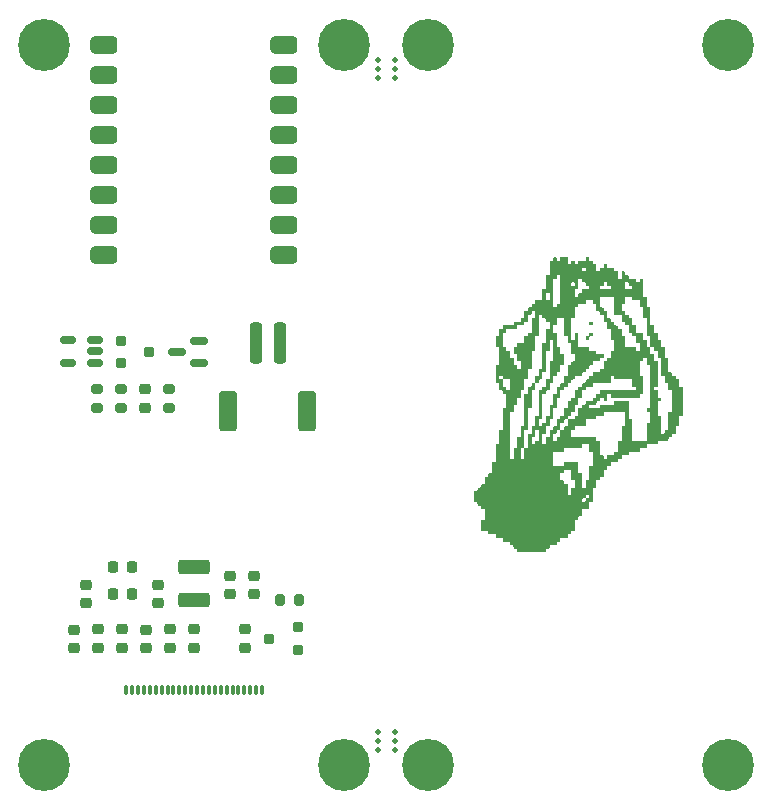
<source format=gbr>
%TF.GenerationSoftware,KiCad,Pcbnew,7.0.7*%
%TF.CreationDate,2023-08-25T22:45:50+10:00*%
%TF.ProjectId,SuperMini-EPD-Sheild,53757065-724d-4696-9e69-2d4550442d53,rev?*%
%TF.SameCoordinates,Original*%
%TF.FileFunction,Soldermask,Top*%
%TF.FilePolarity,Negative*%
%FSLAX46Y46*%
G04 Gerber Fmt 4.6, Leading zero omitted, Abs format (unit mm)*
G04 Created by KiCad (PCBNEW 7.0.7) date 2023-08-25 22:45:50*
%MOMM*%
%LPD*%
G01*
G04 APERTURE LIST*
G04 Aperture macros list*
%AMRoundRect*
0 Rectangle with rounded corners*
0 $1 Rounding radius*
0 $2 $3 $4 $5 $6 $7 $8 $9 X,Y pos of 4 corners*
0 Add a 4 corners polygon primitive as box body*
4,1,4,$2,$3,$4,$5,$6,$7,$8,$9,$2,$3,0*
0 Add four circle primitives for the rounded corners*
1,1,$1+$1,$2,$3*
1,1,$1+$1,$4,$5*
1,1,$1+$1,$6,$7*
1,1,$1+$1,$8,$9*
0 Add four rect primitives between the rounded corners*
20,1,$1+$1,$2,$3,$4,$5,0*
20,1,$1+$1,$4,$5,$6,$7,0*
20,1,$1+$1,$6,$7,$8,$9,0*
20,1,$1+$1,$8,$9,$2,$3,0*%
G04 Aperture macros list end*
%ADD10RoundRect,0.225000X0.225000X0.250000X-0.225000X0.250000X-0.225000X-0.250000X0.225000X-0.250000X0*%
%ADD11RoundRect,0.250000X-1.075000X0.375000X-1.075000X-0.375000X1.075000X-0.375000X1.075000X0.375000X0*%
%ADD12RoundRect,0.200000X-0.250000X-0.200000X0.250000X-0.200000X0.250000X0.200000X-0.250000X0.200000X0*%
%ADD13RoundRect,0.225000X-0.250000X0.225000X-0.250000X-0.225000X0.250000X-0.225000X0.250000X0.225000X0*%
%ADD14C,0.500000*%
%ADD15RoundRect,0.225000X0.250000X-0.225000X0.250000X0.225000X-0.250000X0.225000X-0.250000X-0.225000X0*%
%ADD16C,4.400000*%
%ADD17RoundRect,0.200000X0.250000X0.200000X-0.250000X0.200000X-0.250000X-0.200000X0.250000X-0.200000X0*%
%ADD18RoundRect,0.150000X0.587500X0.150000X-0.587500X0.150000X-0.587500X-0.150000X0.587500X-0.150000X0*%
%ADD19RoundRect,0.218750X0.256250X-0.218750X0.256250X0.218750X-0.256250X0.218750X-0.256250X-0.218750X0*%
%ADD20RoundRect,0.218750X-0.256250X0.218750X-0.256250X-0.218750X0.256250X-0.218750X0.256250X0.218750X0*%
%ADD21RoundRect,0.381000X-0.762000X-0.381000X0.762000X-0.381000X0.762000X0.381000X-0.762000X0.381000X0*%
%ADD22RoundRect,0.075000X-0.075000X0.325000X-0.075000X-0.325000X0.075000X-0.325000X0.075000X0.325000X0*%
%ADD23RoundRect,0.200000X0.275000X-0.200000X0.275000X0.200000X-0.275000X0.200000X-0.275000X-0.200000X0*%
%ADD24RoundRect,0.250000X-0.250000X-1.500000X0.250000X-1.500000X0.250000X1.500000X-0.250000X1.500000X0*%
%ADD25RoundRect,0.250001X-0.499999X-1.449999X0.499999X-1.449999X0.499999X1.449999X-0.499999X1.449999X0*%
%ADD26RoundRect,0.150000X0.512500X0.150000X-0.512500X0.150000X-0.512500X-0.150000X0.512500X-0.150000X0*%
%ADD27RoundRect,0.218750X0.218750X0.256250X-0.218750X0.256250X-0.218750X-0.256250X0.218750X-0.256250X0*%
%ADD28RoundRect,0.200000X0.200000X0.275000X-0.200000X0.275000X-0.200000X-0.275000X0.200000X-0.275000X0*%
G04 APERTURE END LIST*
%TO.C,G\u002A\u002A\u002A*%
G36*
X84481612Y-61572336D02*
G01*
X84523526Y-61610387D01*
X84531878Y-61706472D01*
X84531897Y-61718079D01*
X84525153Y-61820280D01*
X84487102Y-61862194D01*
X84391017Y-61870547D01*
X84379410Y-61870566D01*
X84277209Y-61863821D01*
X84235295Y-61825770D01*
X84226942Y-61729685D01*
X84226923Y-61718079D01*
X84233668Y-61615877D01*
X84271719Y-61573963D01*
X84367804Y-61565610D01*
X84379410Y-61565591D01*
X84481612Y-61572336D01*
G37*
G36*
X84481612Y-62487259D02*
G01*
X84523526Y-62525310D01*
X84531878Y-62621395D01*
X84531897Y-62633001D01*
X84525153Y-62735203D01*
X84487102Y-62777117D01*
X84391017Y-62785470D01*
X84379410Y-62785488D01*
X84277209Y-62792233D01*
X84235295Y-62830284D01*
X84226942Y-62926369D01*
X84226923Y-62937976D01*
X84220179Y-63040177D01*
X84182128Y-63082091D01*
X84086043Y-63090444D01*
X84074436Y-63090463D01*
X83972234Y-63083718D01*
X83930321Y-63045667D01*
X83921968Y-62949582D01*
X83921949Y-62937976D01*
X83928693Y-62835774D01*
X83966744Y-62793860D01*
X84062830Y-62785507D01*
X84074436Y-62785488D01*
X84176638Y-62778744D01*
X84218551Y-62740693D01*
X84226904Y-62644608D01*
X84226923Y-62633001D01*
X84233668Y-62530800D01*
X84271719Y-62488886D01*
X84367804Y-62480533D01*
X84379410Y-62480514D01*
X84481612Y-62487259D01*
G37*
G36*
X82397078Y-56381029D02*
G01*
X82397078Y-56686003D01*
X82549565Y-56686003D01*
X82651766Y-56679259D01*
X82693680Y-56641207D01*
X82702033Y-56545122D01*
X82702052Y-56533516D01*
X82708796Y-56431314D01*
X82746847Y-56389400D01*
X82842932Y-56381048D01*
X82854539Y-56381029D01*
X82956741Y-56387773D01*
X82998654Y-56425824D01*
X83007007Y-56521909D01*
X83007026Y-56533516D01*
X83013770Y-56635718D01*
X83051822Y-56677631D01*
X83147907Y-56685984D01*
X83159513Y-56686003D01*
X83261715Y-56679259D01*
X83303629Y-56641207D01*
X83311981Y-56545122D01*
X83312000Y-56533516D01*
X83312000Y-56381029D01*
X83616975Y-56381029D01*
X83921949Y-56381029D01*
X83921949Y-56228542D01*
X83928693Y-56126340D01*
X83966744Y-56084426D01*
X84062830Y-56076073D01*
X84074436Y-56076055D01*
X84176638Y-56082799D01*
X84218551Y-56120850D01*
X84226904Y-56216935D01*
X84226923Y-56228542D01*
X84233668Y-56330743D01*
X84271719Y-56372657D01*
X84367804Y-56381010D01*
X84379410Y-56381029D01*
X84481612Y-56387773D01*
X84523526Y-56425824D01*
X84531878Y-56521909D01*
X84531897Y-56533516D01*
X84538642Y-56635718D01*
X84576693Y-56677631D01*
X84672778Y-56685984D01*
X84684385Y-56686003D01*
X84836872Y-56686003D01*
X84836872Y-56990977D01*
X84836872Y-57295952D01*
X84989359Y-57295952D01*
X85091561Y-57289207D01*
X85133474Y-57251156D01*
X85141827Y-57155071D01*
X85141846Y-57143464D01*
X85148590Y-57041263D01*
X85186642Y-56999349D01*
X85282727Y-56990996D01*
X85294333Y-56990977D01*
X85396535Y-56984233D01*
X85438449Y-56946182D01*
X85446801Y-56850097D01*
X85446820Y-56838490D01*
X85453565Y-56736288D01*
X85491616Y-56694375D01*
X85587701Y-56686022D01*
X85599307Y-56686003D01*
X85701509Y-56692747D01*
X85743423Y-56730799D01*
X85751776Y-56826884D01*
X85751795Y-56838490D01*
X85751795Y-56990977D01*
X86056769Y-56990977D01*
X86361743Y-56990977D01*
X86361743Y-57143464D01*
X86368487Y-57245666D01*
X86406539Y-57287580D01*
X86502624Y-57295933D01*
X86514230Y-57295952D01*
X86666717Y-57295952D01*
X86666717Y-57600926D01*
X86666717Y-57905900D01*
X86819204Y-57905900D01*
X86971692Y-57905900D01*
X86971692Y-57600926D01*
X86971692Y-57295952D01*
X87124179Y-57295952D01*
X87226380Y-57302696D01*
X87268294Y-57340747D01*
X87276647Y-57436832D01*
X87276666Y-57448439D01*
X87283410Y-57550640D01*
X87321461Y-57592554D01*
X87417546Y-57600907D01*
X87429153Y-57600926D01*
X87531355Y-57607670D01*
X87573268Y-57645721D01*
X87581621Y-57741806D01*
X87581640Y-57753413D01*
X87581640Y-57905900D01*
X87886614Y-57905900D01*
X88191589Y-57905900D01*
X88191589Y-58058387D01*
X88198333Y-58160589D01*
X88236384Y-58202503D01*
X88332469Y-58210855D01*
X88344076Y-58210874D01*
X88446278Y-58204130D01*
X88488191Y-58166079D01*
X88496544Y-58069994D01*
X88496563Y-58058387D01*
X88503307Y-57956186D01*
X88541359Y-57914272D01*
X88637444Y-57905919D01*
X88649050Y-57905900D01*
X88801537Y-57905900D01*
X88801537Y-58668336D01*
X88801537Y-59430771D01*
X88954024Y-59430771D01*
X89106512Y-59430771D01*
X89106512Y-59888233D01*
X89106512Y-60345694D01*
X89258999Y-60345694D01*
X89411486Y-60345694D01*
X89411486Y-61108130D01*
X89411486Y-61870566D01*
X89563973Y-61870566D01*
X89716460Y-61870566D01*
X89716460Y-62175540D01*
X89716460Y-62480514D01*
X89868947Y-62480514D01*
X90021434Y-62480514D01*
X90021434Y-62785488D01*
X90021434Y-63090463D01*
X90173921Y-63090463D01*
X90326409Y-63090463D01*
X90326409Y-63395437D01*
X90326409Y-63700411D01*
X90478896Y-63700411D01*
X90631383Y-63700411D01*
X90631383Y-64157873D01*
X90631383Y-64615334D01*
X90783870Y-64615334D01*
X90936357Y-64615334D01*
X90936357Y-65225283D01*
X90936357Y-65835231D01*
X91088844Y-65835231D01*
X91191046Y-65841976D01*
X91232960Y-65880027D01*
X91241312Y-65976112D01*
X91241331Y-65987718D01*
X91248076Y-66089920D01*
X91286127Y-66131834D01*
X91382212Y-66140186D01*
X91393819Y-66140205D01*
X91496020Y-66146950D01*
X91537934Y-66185001D01*
X91546287Y-66281086D01*
X91546306Y-66292693D01*
X91553050Y-66394894D01*
X91591101Y-66436808D01*
X91687186Y-66445161D01*
X91698793Y-66445180D01*
X91851280Y-66445180D01*
X91851280Y-66750154D01*
X91851280Y-67055128D01*
X92003767Y-67055128D01*
X92156254Y-67055128D01*
X92156254Y-68275025D01*
X92156254Y-69494922D01*
X92003767Y-69494922D01*
X91851280Y-69494922D01*
X91851280Y-69952384D01*
X91851280Y-70409845D01*
X91698793Y-70409845D01*
X91546306Y-70409845D01*
X91546306Y-70714820D01*
X91546306Y-71019794D01*
X91393819Y-71019794D01*
X91291617Y-71026538D01*
X91249703Y-71064589D01*
X91241350Y-71160674D01*
X91241331Y-71172281D01*
X91234587Y-71274483D01*
X91196536Y-71316396D01*
X91100451Y-71324749D01*
X91088844Y-71324768D01*
X90986643Y-71331512D01*
X90944729Y-71369564D01*
X90936376Y-71465649D01*
X90936357Y-71477255D01*
X90936357Y-71629742D01*
X90478896Y-71629742D01*
X90021434Y-71629742D01*
X90021434Y-71782229D01*
X90021434Y-71934717D01*
X89563973Y-71934717D01*
X89106512Y-71934717D01*
X89106512Y-72087204D01*
X89106512Y-72239691D01*
X88801537Y-72239691D01*
X88496563Y-72239691D01*
X88496563Y-72392178D01*
X88496563Y-72544665D01*
X88039102Y-72544665D01*
X87581640Y-72544665D01*
X87581640Y-72697152D01*
X87581640Y-72849639D01*
X87276666Y-72849639D01*
X86971692Y-72849639D01*
X86971692Y-73002127D01*
X86964947Y-73104328D01*
X86926896Y-73146242D01*
X86830811Y-73154595D01*
X86819204Y-73154614D01*
X86717003Y-73161358D01*
X86675089Y-73199409D01*
X86666736Y-73295494D01*
X86666717Y-73307101D01*
X86666717Y-73459588D01*
X86361743Y-73459588D01*
X86056769Y-73459588D01*
X86056769Y-73612075D01*
X86050024Y-73714277D01*
X86011973Y-73756190D01*
X85915888Y-73764543D01*
X85904282Y-73764562D01*
X85802080Y-73771307D01*
X85760166Y-73809358D01*
X85751813Y-73905443D01*
X85751795Y-73917049D01*
X85745050Y-74019251D01*
X85706999Y-74061165D01*
X85610914Y-74069518D01*
X85599307Y-74069536D01*
X85446820Y-74069536D01*
X85446820Y-74374511D01*
X85446820Y-74679485D01*
X85294333Y-74679485D01*
X85192131Y-74686229D01*
X85150218Y-74724281D01*
X85141865Y-74820366D01*
X85141846Y-74831972D01*
X85135102Y-74934174D01*
X85097050Y-74976088D01*
X85000965Y-74984440D01*
X84989359Y-74984459D01*
X84836872Y-74984459D01*
X84836872Y-75289434D01*
X84836872Y-75594408D01*
X84684385Y-75594408D01*
X84531897Y-75594408D01*
X84531897Y-76204356D01*
X84531897Y-76814305D01*
X84379410Y-76814305D01*
X84226923Y-76814305D01*
X84226923Y-77119279D01*
X84226923Y-77424253D01*
X83921949Y-77424253D01*
X83616975Y-77424253D01*
X83616975Y-77729228D01*
X83616975Y-78034202D01*
X83464487Y-78034202D01*
X83362286Y-78040946D01*
X83320372Y-78078998D01*
X83312019Y-78175083D01*
X83312000Y-78186689D01*
X83305256Y-78288891D01*
X83267205Y-78330805D01*
X83171120Y-78339157D01*
X83159513Y-78339176D01*
X83007026Y-78339176D01*
X83007026Y-78796638D01*
X83007026Y-79254099D01*
X82854539Y-79254099D01*
X82752337Y-79260843D01*
X82710424Y-79298895D01*
X82702071Y-79394980D01*
X82702052Y-79406586D01*
X82695307Y-79508788D01*
X82657256Y-79550702D01*
X82561171Y-79559054D01*
X82549565Y-79559073D01*
X82447363Y-79565818D01*
X82405449Y-79603869D01*
X82397097Y-79699954D01*
X82397078Y-79711561D01*
X82397078Y-79864048D01*
X82092103Y-79864048D01*
X81787129Y-79864048D01*
X81787129Y-80016535D01*
X81780385Y-80118736D01*
X81742333Y-80160650D01*
X81646248Y-80169003D01*
X81634642Y-80169022D01*
X81532440Y-80175766D01*
X81490526Y-80213817D01*
X81482174Y-80309903D01*
X81482155Y-80321509D01*
X81482155Y-80473996D01*
X81177180Y-80473996D01*
X80872206Y-80473996D01*
X80872206Y-80626483D01*
X80865462Y-80728685D01*
X80827411Y-80770599D01*
X80731326Y-80778951D01*
X80719719Y-80778970D01*
X80617517Y-80785715D01*
X80575604Y-80823766D01*
X80567251Y-80919851D01*
X80567232Y-80931458D01*
X80567232Y-81083945D01*
X79347335Y-81083945D01*
X78127438Y-81083945D01*
X78127438Y-80931458D01*
X78120693Y-80829256D01*
X78082642Y-80787342D01*
X77986557Y-80778989D01*
X77974951Y-80778970D01*
X77872749Y-80772226D01*
X77830835Y-80734175D01*
X77822482Y-80638090D01*
X77822463Y-80626483D01*
X77815719Y-80524282D01*
X77777668Y-80482368D01*
X77681583Y-80474015D01*
X77669976Y-80473996D01*
X77567775Y-80467252D01*
X77525861Y-80429201D01*
X77517508Y-80333116D01*
X77517489Y-80321509D01*
X77517489Y-80169022D01*
X77212515Y-80169022D01*
X76907541Y-80169022D01*
X76907541Y-80016535D01*
X76907541Y-79864048D01*
X76602566Y-79864048D01*
X76297592Y-79864048D01*
X76297592Y-79711561D01*
X76297592Y-79559073D01*
X75992618Y-79559073D01*
X75687644Y-79559073D01*
X75687644Y-79406586D01*
X75687644Y-79254099D01*
X75382669Y-79254099D01*
X75077695Y-79254099D01*
X75077695Y-78796638D01*
X75077695Y-78339176D01*
X75230182Y-78339176D01*
X75382669Y-78339176D01*
X75382669Y-77881715D01*
X75382669Y-77424253D01*
X75230182Y-77424253D01*
X75127980Y-77417509D01*
X75086067Y-77379458D01*
X75077714Y-77283373D01*
X75077695Y-77271766D01*
X75070951Y-77169565D01*
X75032899Y-77127651D01*
X74936814Y-77119298D01*
X74925208Y-77119279D01*
X74823006Y-77112535D01*
X74781092Y-77074484D01*
X74772740Y-76978399D01*
X74772721Y-76966792D01*
X74765976Y-76864590D01*
X74727925Y-76822677D01*
X74631840Y-76814324D01*
X74620234Y-76814305D01*
X74467747Y-76814305D01*
X74467747Y-76661818D01*
X83616975Y-76661818D01*
X83623719Y-76764020D01*
X83661770Y-76805933D01*
X83757855Y-76814286D01*
X83769462Y-76814305D01*
X83871663Y-76807561D01*
X83913577Y-76769509D01*
X83921930Y-76673424D01*
X83921949Y-76661818D01*
X83928693Y-76559616D01*
X83966744Y-76517702D01*
X84062830Y-76509350D01*
X84074436Y-76509331D01*
X84176638Y-76502586D01*
X84218551Y-76464535D01*
X84226904Y-76368450D01*
X84226923Y-76356844D01*
X84220179Y-76254642D01*
X84182128Y-76212728D01*
X84086043Y-76204375D01*
X84074436Y-76204356D01*
X83972234Y-76211101D01*
X83930321Y-76249152D01*
X83921968Y-76345237D01*
X83921949Y-76356844D01*
X83915205Y-76459045D01*
X83877153Y-76500959D01*
X83781068Y-76509312D01*
X83769462Y-76509331D01*
X83667260Y-76516075D01*
X83625346Y-76554126D01*
X83616994Y-76650211D01*
X83616975Y-76661818D01*
X74467747Y-76661818D01*
X74467747Y-76356844D01*
X74467747Y-75899382D01*
X74620234Y-75899382D01*
X74722435Y-75892638D01*
X74764349Y-75854587D01*
X74772702Y-75758502D01*
X74772721Y-75746895D01*
X74779465Y-75644693D01*
X74817516Y-75602780D01*
X74913601Y-75594427D01*
X74925208Y-75594408D01*
X75027410Y-75587663D01*
X75069323Y-75549612D01*
X75077676Y-75453527D01*
X75077695Y-75441921D01*
X75084439Y-75339719D01*
X75122491Y-75297805D01*
X75218576Y-75289453D01*
X75230182Y-75289434D01*
X75382669Y-75289434D01*
X75382669Y-74984459D01*
X81787129Y-74984459D01*
X81939616Y-74984459D01*
X82041818Y-74991204D01*
X82083732Y-75029255D01*
X82092084Y-75125340D01*
X82092103Y-75136946D01*
X82098848Y-75239148D01*
X82136899Y-75281062D01*
X82232984Y-75289415D01*
X82244590Y-75289434D01*
X82397078Y-75289434D01*
X82397078Y-75746895D01*
X82397078Y-76204356D01*
X82549565Y-76204356D01*
X82702052Y-76204356D01*
X82702052Y-75899382D01*
X82702052Y-75594408D01*
X82854539Y-75594408D01*
X83007026Y-75594408D01*
X83007026Y-75289434D01*
X83007026Y-74984459D01*
X82854539Y-74984459D01*
X82702052Y-74984459D01*
X82702052Y-74526998D01*
X82702052Y-74069536D01*
X82397078Y-74069536D01*
X82092103Y-74069536D01*
X82092103Y-74222024D01*
X82085359Y-74324225D01*
X82047308Y-74366139D01*
X81951223Y-74374492D01*
X81939616Y-74374511D01*
X81787129Y-74374511D01*
X81787129Y-74679485D01*
X81787129Y-74984459D01*
X75382669Y-74984459D01*
X75382669Y-74679485D01*
X75535156Y-74679485D01*
X75637358Y-74672741D01*
X75679272Y-74634689D01*
X75687625Y-74538604D01*
X75687644Y-74526998D01*
X75694388Y-74424796D01*
X75732439Y-74382882D01*
X75828524Y-74374530D01*
X75840131Y-74374511D01*
X75992618Y-74374511D01*
X75992618Y-73917049D01*
X75992618Y-73764562D01*
X81177180Y-73764562D01*
X81634642Y-73764562D01*
X82092103Y-73764562D01*
X82092103Y-73612075D01*
X82092103Y-73459588D01*
X82702052Y-73459588D01*
X83312000Y-73459588D01*
X83312000Y-73917049D01*
X83312000Y-74374511D01*
X83464487Y-74374511D01*
X83616975Y-74374511D01*
X83616975Y-74984459D01*
X83616975Y-75594408D01*
X83769462Y-75594408D01*
X83921949Y-75594408D01*
X83921949Y-75289434D01*
X83921949Y-74984459D01*
X84074436Y-74984459D01*
X84226923Y-74984459D01*
X84226923Y-74374511D01*
X84226923Y-73764562D01*
X84379410Y-73764562D01*
X84531897Y-73764562D01*
X84531897Y-73154614D01*
X84531897Y-72544665D01*
X84379410Y-72544665D01*
X84226923Y-72544665D01*
X84226923Y-72239691D01*
X84226923Y-71934717D01*
X83921949Y-71934717D01*
X83616975Y-71934717D01*
X83616975Y-72087204D01*
X83616975Y-72239691D01*
X82854539Y-72239691D01*
X82092103Y-72239691D01*
X82092103Y-72392178D01*
X82092103Y-72544665D01*
X81634642Y-72544665D01*
X81177180Y-72544665D01*
X81177180Y-73154614D01*
X81177180Y-73764562D01*
X75992618Y-73764562D01*
X75992618Y-73459588D01*
X76145105Y-73459588D01*
X76297592Y-73459588D01*
X76297592Y-73154614D01*
X77517489Y-73154614D01*
X77669976Y-73154614D01*
X77822463Y-73154614D01*
X77822463Y-72697152D01*
X77822463Y-72239691D01*
X77974951Y-72239691D01*
X78127438Y-72239691D01*
X78127438Y-71782229D01*
X78127438Y-71324768D01*
X78279925Y-71324768D01*
X78432412Y-71324768D01*
X78432412Y-70867307D01*
X78432412Y-70409845D01*
X78584899Y-70409845D01*
X78737386Y-70409845D01*
X78737386Y-69037461D01*
X78737386Y-67665077D01*
X78889873Y-67665077D01*
X79042361Y-67665077D01*
X79042361Y-67360103D01*
X79042361Y-67055128D01*
X79194848Y-67055128D01*
X79297049Y-67048384D01*
X79338963Y-67010333D01*
X79347316Y-66914248D01*
X79347335Y-66902641D01*
X79354079Y-66800439D01*
X79392130Y-66758526D01*
X79488215Y-66750173D01*
X79499822Y-66750154D01*
X79652309Y-66750154D01*
X79652309Y-67055128D01*
X79652309Y-67360103D01*
X79499822Y-67360103D01*
X79347335Y-67360103D01*
X79347335Y-68122538D01*
X79347335Y-68884974D01*
X79194848Y-68884974D01*
X79042361Y-68884974D01*
X79042361Y-69799897D01*
X79042361Y-70714820D01*
X78889873Y-70714820D01*
X78737386Y-70714820D01*
X78737386Y-71477255D01*
X78737386Y-72239691D01*
X78584899Y-72239691D01*
X78432412Y-72239691D01*
X78432412Y-72697152D01*
X78432412Y-73154614D01*
X78584899Y-73154614D01*
X78737386Y-73154614D01*
X78737386Y-72697152D01*
X78737386Y-72239691D01*
X78889873Y-72239691D01*
X79042361Y-72239691D01*
X79042361Y-71934717D01*
X79347335Y-71934717D01*
X79499822Y-71934717D01*
X80262258Y-71934717D01*
X80414745Y-71934717D01*
X80567232Y-71934717D01*
X80567232Y-71629742D01*
X81177180Y-71629742D01*
X81329668Y-71629742D01*
X81431869Y-71622998D01*
X81473783Y-71584947D01*
X81482136Y-71488862D01*
X81482155Y-71477255D01*
X81488899Y-71375053D01*
X81526950Y-71333140D01*
X81623035Y-71324787D01*
X81634642Y-71324768D01*
X81787129Y-71324768D01*
X82702052Y-71324768D01*
X83769462Y-71324768D01*
X84836872Y-71324768D01*
X84836872Y-71477255D01*
X84843616Y-71579457D01*
X84881667Y-71621371D01*
X84977752Y-71629723D01*
X84989359Y-71629742D01*
X85141846Y-71629742D01*
X85141846Y-72239691D01*
X85141846Y-72849639D01*
X85294333Y-72849639D01*
X85396535Y-72856384D01*
X85438449Y-72894435D01*
X85446801Y-72990520D01*
X85446820Y-73002127D01*
X85453565Y-73104328D01*
X85491616Y-73146242D01*
X85587701Y-73154595D01*
X85599307Y-73154614D01*
X85701509Y-73147869D01*
X85743423Y-73109818D01*
X85751776Y-73013733D01*
X85751795Y-73002127D01*
X85751795Y-72849639D01*
X86056769Y-72849639D01*
X86361743Y-72849639D01*
X86361743Y-72697152D01*
X86368487Y-72594951D01*
X86406539Y-72553037D01*
X86502624Y-72544684D01*
X86514230Y-72544665D01*
X86666717Y-72544665D01*
X86666717Y-72087204D01*
X86666717Y-71629742D01*
X86819204Y-71629742D01*
X86971692Y-71629742D01*
X86971692Y-71019794D01*
X86971692Y-70409845D01*
X87124179Y-70409845D01*
X87276666Y-70409845D01*
X87276666Y-69799897D01*
X87276666Y-69189948D01*
X86361743Y-69189948D01*
X85446820Y-69189948D01*
X85446820Y-69342435D01*
X85446820Y-69494922D01*
X85141846Y-69494922D01*
X84836872Y-69494922D01*
X84836872Y-69647410D01*
X84836872Y-69799897D01*
X84379410Y-69799897D01*
X83921949Y-69799897D01*
X83921949Y-70104871D01*
X83921949Y-70409845D01*
X83464487Y-70409845D01*
X83007026Y-70409845D01*
X83007026Y-70562332D01*
X83000282Y-70664534D01*
X82962231Y-70706448D01*
X82866145Y-70714801D01*
X82854539Y-70714820D01*
X82702052Y-70714820D01*
X82702052Y-71019794D01*
X82702052Y-71324768D01*
X81787129Y-71324768D01*
X81787129Y-71019794D01*
X81787129Y-70714820D01*
X81939616Y-70714820D01*
X82041818Y-70708075D01*
X82083732Y-70670024D01*
X82092084Y-70573939D01*
X82092103Y-70562332D01*
X82098848Y-70460131D01*
X82136899Y-70418217D01*
X82232984Y-70409864D01*
X82244590Y-70409845D01*
X82397078Y-70409845D01*
X82397078Y-70104871D01*
X82397078Y-69799897D01*
X82702052Y-69799897D01*
X83007026Y-69799897D01*
X83007026Y-69647410D01*
X83013770Y-69545208D01*
X83051822Y-69503294D01*
X83147907Y-69494941D01*
X83159513Y-69494922D01*
X83312000Y-69494922D01*
X83312000Y-69189948D01*
X83312000Y-68884974D01*
X83464487Y-68884974D01*
X84226923Y-68884974D01*
X84684385Y-68884974D01*
X85141846Y-68884974D01*
X85141846Y-68732487D01*
X85141846Y-68580000D01*
X85751795Y-68580000D01*
X86361743Y-68580000D01*
X86361743Y-68427512D01*
X86361743Y-68275025D01*
X86971692Y-68275025D01*
X87581640Y-68275025D01*
X87581640Y-69037461D01*
X87581640Y-69799897D01*
X87734127Y-69799897D01*
X87886614Y-69799897D01*
X87886614Y-70714820D01*
X87886614Y-71629742D01*
X88496563Y-71629742D01*
X89106512Y-71629742D01*
X89106512Y-70867307D01*
X89106512Y-70104871D01*
X89258999Y-70104871D01*
X89411486Y-70104871D01*
X89411486Y-69647410D01*
X89411486Y-69189948D01*
X89258999Y-69189948D01*
X89156797Y-69183204D01*
X89114883Y-69145153D01*
X89106530Y-69049068D01*
X89106512Y-69037461D01*
X89113256Y-68935259D01*
X89151307Y-68893346D01*
X89247392Y-68884993D01*
X89258999Y-68884974D01*
X89411486Y-68884974D01*
X89411486Y-67055128D01*
X89411486Y-65225283D01*
X89258999Y-65225283D01*
X89106512Y-65225283D01*
X89106512Y-64920308D01*
X89106512Y-64615334D01*
X88954024Y-64615334D01*
X88851823Y-64622078D01*
X88809909Y-64660130D01*
X88801556Y-64756215D01*
X88801537Y-64767821D01*
X88794793Y-64870023D01*
X88756742Y-64911937D01*
X88660657Y-64920289D01*
X88649050Y-64920308D01*
X88496563Y-64920308D01*
X88496563Y-65530257D01*
X88496563Y-66140205D01*
X88649050Y-66140205D01*
X88801537Y-66140205D01*
X88801537Y-66902641D01*
X88801537Y-67665077D01*
X88649050Y-67665077D01*
X88546848Y-67671821D01*
X88504935Y-67709872D01*
X88496582Y-67805957D01*
X88496563Y-67817564D01*
X88496563Y-67970051D01*
X87276666Y-67970051D01*
X86056769Y-67970051D01*
X86056769Y-67817564D01*
X86050024Y-67715362D01*
X86011973Y-67673449D01*
X85915888Y-67665096D01*
X85904282Y-67665077D01*
X85751795Y-67665077D01*
X85751795Y-67970051D01*
X85751795Y-68275025D01*
X85599307Y-68275025D01*
X85497106Y-68268281D01*
X85455192Y-68230230D01*
X85446839Y-68134145D01*
X85446820Y-68122538D01*
X85440076Y-68020336D01*
X85402025Y-67978423D01*
X85305940Y-67970070D01*
X85294333Y-67970051D01*
X85192131Y-67976795D01*
X85150218Y-68014847D01*
X85141865Y-68110932D01*
X85141846Y-68122538D01*
X85135102Y-68224740D01*
X85097050Y-68266654D01*
X85000965Y-68275006D01*
X84989359Y-68275025D01*
X84887157Y-68281770D01*
X84845243Y-68319821D01*
X84836891Y-68415906D01*
X84836872Y-68427512D01*
X84836872Y-68580000D01*
X84531897Y-68580000D01*
X84226923Y-68580000D01*
X84226923Y-68732487D01*
X84226923Y-68884974D01*
X83464487Y-68884974D01*
X83566689Y-68878230D01*
X83608603Y-68840178D01*
X83616956Y-68744093D01*
X83616975Y-68732487D01*
X83623719Y-68630285D01*
X83661770Y-68588371D01*
X83757855Y-68580019D01*
X83769462Y-68580000D01*
X83871663Y-68573255D01*
X83913577Y-68535204D01*
X83921930Y-68439119D01*
X83921949Y-68427512D01*
X83921949Y-68275025D01*
X84226923Y-68275025D01*
X84531897Y-68275025D01*
X84531897Y-68122538D01*
X84538642Y-68020336D01*
X84576693Y-67978423D01*
X84672778Y-67970070D01*
X84684385Y-67970051D01*
X84786586Y-67963307D01*
X84828500Y-67925256D01*
X84836853Y-67829170D01*
X84836872Y-67817564D01*
X84843616Y-67715362D01*
X84881667Y-67673449D01*
X84977752Y-67665096D01*
X84989359Y-67665077D01*
X85091561Y-67658332D01*
X85133474Y-67620281D01*
X85141827Y-67524196D01*
X85141846Y-67512590D01*
X85141846Y-67360103D01*
X86666717Y-67360103D01*
X88191589Y-67360103D01*
X88191589Y-67207615D01*
X88184844Y-67105414D01*
X88146793Y-67063500D01*
X88050708Y-67055147D01*
X88039102Y-67055128D01*
X87886614Y-67055128D01*
X87886614Y-66750154D01*
X87886614Y-66445180D01*
X87124179Y-66445180D01*
X86361743Y-66445180D01*
X86361743Y-66292693D01*
X86354999Y-66190491D01*
X86316948Y-66148577D01*
X86220862Y-66140224D01*
X86209256Y-66140205D01*
X86056769Y-66140205D01*
X86056769Y-66445180D01*
X86056769Y-66750154D01*
X85294333Y-66750154D01*
X84531897Y-66750154D01*
X84531897Y-66902641D01*
X84531897Y-67055128D01*
X84226923Y-67055128D01*
X83921949Y-67055128D01*
X83921949Y-67207615D01*
X83915205Y-67309817D01*
X83877153Y-67351731D01*
X83781068Y-67360084D01*
X83769462Y-67360103D01*
X83616975Y-67360103D01*
X83616975Y-67665077D01*
X83616975Y-67970051D01*
X83464487Y-67970051D01*
X83312000Y-67970051D01*
X83312000Y-68275025D01*
X83312000Y-68580000D01*
X83159513Y-68580000D01*
X83007026Y-68580000D01*
X83007026Y-68884974D01*
X83007026Y-69189948D01*
X82854539Y-69189948D01*
X82752337Y-69196693D01*
X82710424Y-69234744D01*
X82702071Y-69330829D01*
X82702052Y-69342435D01*
X82695307Y-69444637D01*
X82657256Y-69486551D01*
X82561171Y-69494903D01*
X82549565Y-69494922D01*
X82447363Y-69501667D01*
X82405449Y-69539718D01*
X82397097Y-69635803D01*
X82397078Y-69647410D01*
X82390333Y-69749611D01*
X82352282Y-69791525D01*
X82256197Y-69799878D01*
X82244590Y-69799897D01*
X82142389Y-69806641D01*
X82100475Y-69844692D01*
X82092122Y-69940777D01*
X82092103Y-69952384D01*
X82085359Y-70054586D01*
X82047308Y-70096499D01*
X81951223Y-70104852D01*
X81939616Y-70104871D01*
X81787129Y-70104871D01*
X81787129Y-70409845D01*
X81787129Y-70714820D01*
X81634642Y-70714820D01*
X81532440Y-70721564D01*
X81490526Y-70759615D01*
X81482174Y-70855700D01*
X81482155Y-70867307D01*
X81475410Y-70969508D01*
X81437359Y-71011422D01*
X81341274Y-71019775D01*
X81329668Y-71019794D01*
X81177180Y-71019794D01*
X81177180Y-71324768D01*
X81177180Y-71629742D01*
X80567232Y-71629742D01*
X80567232Y-71324768D01*
X80719719Y-71324768D01*
X80872206Y-71324768D01*
X80872206Y-71019794D01*
X80872206Y-70714820D01*
X81024693Y-70714820D01*
X81126895Y-70708075D01*
X81168809Y-70670024D01*
X81177162Y-70573939D01*
X81177180Y-70562332D01*
X81183925Y-70460131D01*
X81221976Y-70418217D01*
X81318061Y-70409864D01*
X81329668Y-70409845D01*
X81482155Y-70409845D01*
X81482155Y-70104871D01*
X81482155Y-69799897D01*
X81634642Y-69799897D01*
X81736844Y-69793152D01*
X81778757Y-69755101D01*
X81787110Y-69659016D01*
X81787129Y-69647410D01*
X81793873Y-69545208D01*
X81831925Y-69503294D01*
X81928010Y-69494941D01*
X81939616Y-69494922D01*
X82092103Y-69494922D01*
X82092103Y-69189948D01*
X82092103Y-68884974D01*
X82244590Y-68884974D01*
X82397078Y-68884974D01*
X82397078Y-68580000D01*
X82397078Y-68275025D01*
X82549565Y-68275025D01*
X82651766Y-68268281D01*
X82693680Y-68230230D01*
X82702033Y-68134145D01*
X82702052Y-68122538D01*
X82708796Y-68020336D01*
X82746847Y-67978423D01*
X82842932Y-67970070D01*
X82854539Y-67970051D01*
X83007026Y-67970051D01*
X83007026Y-67665077D01*
X83007026Y-67360103D01*
X83159513Y-67360103D01*
X83261715Y-67353358D01*
X83303629Y-67315307D01*
X83311981Y-67219222D01*
X83312000Y-67207615D01*
X83318745Y-67105414D01*
X83356796Y-67063500D01*
X83452881Y-67055147D01*
X83464487Y-67055128D01*
X83566689Y-67048384D01*
X83608603Y-67010333D01*
X83616956Y-66914248D01*
X83616975Y-66902641D01*
X83623719Y-66800439D01*
X83661770Y-66758526D01*
X83757855Y-66750173D01*
X83769462Y-66750154D01*
X83871663Y-66743410D01*
X83913577Y-66705358D01*
X83921930Y-66609273D01*
X83921949Y-66597667D01*
X83928693Y-66495465D01*
X83966744Y-66453551D01*
X84062830Y-66445199D01*
X84074436Y-66445180D01*
X84176638Y-66438435D01*
X84218551Y-66400384D01*
X84226904Y-66304299D01*
X84226923Y-66292693D01*
X84233668Y-66190491D01*
X84271719Y-66148577D01*
X84367804Y-66140224D01*
X84379410Y-66140205D01*
X84481612Y-66133461D01*
X84523526Y-66095410D01*
X84531878Y-65999325D01*
X84531897Y-65987718D01*
X84531897Y-65835231D01*
X84836872Y-65835231D01*
X85141846Y-65835231D01*
X85141846Y-65682744D01*
X85148590Y-65580542D01*
X85186642Y-65538629D01*
X85282727Y-65530276D01*
X85294333Y-65530257D01*
X85446820Y-65530257D01*
X85446820Y-65225283D01*
X85446820Y-64920308D01*
X85599307Y-64920308D01*
X85701509Y-64913564D01*
X85743423Y-64875513D01*
X85751776Y-64779428D01*
X85751795Y-64767821D01*
X85758539Y-64665620D01*
X85796590Y-64623706D01*
X85892675Y-64615353D01*
X85904282Y-64615334D01*
X86056769Y-64615334D01*
X86056769Y-64310360D01*
X86056769Y-64005386D01*
X86209256Y-64005386D01*
X86361743Y-64005386D01*
X86361743Y-63547924D01*
X86361743Y-63090463D01*
X86209256Y-63090463D01*
X86056769Y-63090463D01*
X86056769Y-62633001D01*
X86056769Y-62175540D01*
X85904282Y-62175540D01*
X85751795Y-62175540D01*
X85751795Y-61870566D01*
X85751795Y-61565591D01*
X85599307Y-61565591D01*
X85446820Y-61565591D01*
X85446820Y-61260617D01*
X85446820Y-60955643D01*
X85294333Y-60955643D01*
X85192131Y-60948898D01*
X85150218Y-60910847D01*
X85141865Y-60814762D01*
X85141846Y-60803156D01*
X85135102Y-60700954D01*
X85097050Y-60659040D01*
X85000965Y-60650688D01*
X84989359Y-60650669D01*
X84836872Y-60650669D01*
X84836872Y-60345694D01*
X84836872Y-60040720D01*
X84684385Y-60040720D01*
X84582183Y-60033976D01*
X84540269Y-59995924D01*
X84531916Y-59899839D01*
X84531897Y-59888233D01*
X84531897Y-59735746D01*
X84226923Y-59735746D01*
X83921949Y-59735746D01*
X83921949Y-59888233D01*
X83921949Y-60040720D01*
X83616975Y-60040720D01*
X83312000Y-60040720D01*
X83312000Y-60193207D01*
X83305256Y-60295409D01*
X83267205Y-60337323D01*
X83171120Y-60345675D01*
X83159513Y-60345694D01*
X83007026Y-60345694D01*
X83007026Y-60803156D01*
X83007026Y-61260617D01*
X82854539Y-61260617D01*
X82702052Y-61260617D01*
X82702052Y-62175540D01*
X82702052Y-63090463D01*
X82854539Y-63090463D01*
X83007026Y-63090463D01*
X83007026Y-62785488D01*
X83007026Y-62480514D01*
X83159513Y-62480514D01*
X83312000Y-62480514D01*
X83312000Y-63090463D01*
X83312000Y-63700411D01*
X83769462Y-63700411D01*
X84226923Y-63700411D01*
X84226923Y-63852898D01*
X84226923Y-64005386D01*
X84531897Y-64005386D01*
X84836872Y-64005386D01*
X84836872Y-64157873D01*
X84836872Y-64310360D01*
X85141846Y-64310360D01*
X85446820Y-64310360D01*
X85446820Y-64462847D01*
X85440076Y-64565049D01*
X85402025Y-64606962D01*
X85305940Y-64615315D01*
X85294333Y-64615334D01*
X85192131Y-64622078D01*
X85150218Y-64660130D01*
X85141865Y-64756215D01*
X85141846Y-64767821D01*
X85141846Y-64920308D01*
X84836872Y-64920308D01*
X84531897Y-64920308D01*
X84531897Y-65072795D01*
X84525153Y-65174997D01*
X84487102Y-65216911D01*
X84391017Y-65225264D01*
X84379410Y-65225283D01*
X84277209Y-65232027D01*
X84235295Y-65270078D01*
X84226942Y-65366163D01*
X84226923Y-65377770D01*
X84220179Y-65479971D01*
X84182128Y-65521885D01*
X84086043Y-65530238D01*
X84074436Y-65530257D01*
X83972234Y-65537001D01*
X83930321Y-65575052D01*
X83921968Y-65671138D01*
X83921949Y-65682744D01*
X83915205Y-65784946D01*
X83877153Y-65826859D01*
X83781068Y-65835212D01*
X83769462Y-65835231D01*
X83667260Y-65841976D01*
X83625346Y-65880027D01*
X83616994Y-65976112D01*
X83616975Y-65987718D01*
X83616975Y-66140205D01*
X83312000Y-66140205D01*
X83007026Y-66140205D01*
X83007026Y-66292693D01*
X83000282Y-66394894D01*
X82962231Y-66436808D01*
X82866145Y-66445161D01*
X82854539Y-66445180D01*
X82752337Y-66451924D01*
X82710424Y-66489975D01*
X82702071Y-66586060D01*
X82702052Y-66597667D01*
X82695307Y-66699869D01*
X82657256Y-66741782D01*
X82561171Y-66750135D01*
X82549565Y-66750154D01*
X82447363Y-66756898D01*
X82405449Y-66794950D01*
X82397097Y-66891035D01*
X82397078Y-66902641D01*
X82390333Y-67004843D01*
X82352282Y-67046757D01*
X82256197Y-67055109D01*
X82244590Y-67055128D01*
X82142389Y-67061873D01*
X82100475Y-67099924D01*
X82092122Y-67196009D01*
X82092103Y-67207615D01*
X82085359Y-67309817D01*
X82047308Y-67351731D01*
X81951223Y-67360084D01*
X81939616Y-67360103D01*
X81787129Y-67360103D01*
X81787129Y-67665077D01*
X81787129Y-67970051D01*
X81634642Y-67970051D01*
X81482155Y-67970051D01*
X81482155Y-68427512D01*
X81482155Y-68884974D01*
X81329668Y-68884974D01*
X81177180Y-68884974D01*
X81177180Y-69342435D01*
X81177180Y-69799897D01*
X81024693Y-69799897D01*
X80872206Y-69799897D01*
X80872206Y-70104871D01*
X80872206Y-70409845D01*
X80719719Y-70409845D01*
X80567232Y-70409845D01*
X80567232Y-70714820D01*
X80567232Y-71019794D01*
X80414745Y-71019794D01*
X80262258Y-71019794D01*
X80262258Y-71477255D01*
X80262258Y-71934717D01*
X79499822Y-71934717D01*
X79602024Y-71927972D01*
X79643937Y-71889921D01*
X79652290Y-71793836D01*
X79652309Y-71782229D01*
X79659053Y-71680028D01*
X79697105Y-71638114D01*
X79793190Y-71629761D01*
X79804796Y-71629742D01*
X79957283Y-71629742D01*
X79957283Y-71172281D01*
X79957283Y-70714820D01*
X79804796Y-70714820D01*
X79652309Y-70714820D01*
X79652309Y-71019794D01*
X79652309Y-71324768D01*
X79499822Y-71324768D01*
X79347335Y-71324768D01*
X79347335Y-71629742D01*
X79347335Y-71934717D01*
X79042361Y-71934717D01*
X79042361Y-71629742D01*
X79042361Y-71019794D01*
X79194848Y-71019794D01*
X79347335Y-71019794D01*
X79347335Y-70714820D01*
X79347335Y-70409845D01*
X79499822Y-70409845D01*
X79652309Y-70409845D01*
X79957283Y-70409845D01*
X80109771Y-70409845D01*
X80211972Y-70403101D01*
X80253886Y-70365050D01*
X80262239Y-70268965D01*
X80262258Y-70257358D01*
X80269002Y-70155156D01*
X80307053Y-70113243D01*
X80403138Y-70104890D01*
X80414745Y-70104871D01*
X80567232Y-70104871D01*
X80567232Y-69799897D01*
X80567232Y-69494922D01*
X80719719Y-69494922D01*
X80872206Y-69494922D01*
X80872206Y-69037461D01*
X80872206Y-68580000D01*
X81024693Y-68580000D01*
X81177180Y-68580000D01*
X81177180Y-68122538D01*
X81177180Y-67665077D01*
X81329668Y-67665077D01*
X81482155Y-67665077D01*
X81482155Y-67360103D01*
X81482155Y-67055128D01*
X81634642Y-67055128D01*
X81736844Y-67048384D01*
X81778757Y-67010333D01*
X81787110Y-66914248D01*
X81787129Y-66902641D01*
X81793873Y-66800439D01*
X81831925Y-66758526D01*
X81928010Y-66750173D01*
X81939616Y-66750154D01*
X82092103Y-66750154D01*
X82092103Y-66445180D01*
X82092103Y-66140205D01*
X82244590Y-66140205D01*
X82397078Y-66140205D01*
X82397078Y-65682744D01*
X82397078Y-65225283D01*
X82549565Y-65225283D01*
X82651766Y-65218538D01*
X82693680Y-65180487D01*
X82702033Y-65084402D01*
X82702052Y-65072795D01*
X82708796Y-64970594D01*
X82746847Y-64928680D01*
X82842932Y-64920327D01*
X82854539Y-64920308D01*
X83007026Y-64920308D01*
X83007026Y-64615334D01*
X83007026Y-64310360D01*
X82854539Y-64310360D01*
X82702052Y-64310360D01*
X82702052Y-63852898D01*
X82702052Y-63395437D01*
X82549565Y-63395437D01*
X82397078Y-63395437D01*
X82397078Y-63090463D01*
X82397078Y-62785488D01*
X82244590Y-62785488D01*
X82092103Y-62785488D01*
X82092103Y-62023053D01*
X82092103Y-61260617D01*
X81787129Y-61260617D01*
X81482155Y-61260617D01*
X81482155Y-61565591D01*
X81482155Y-61870566D01*
X81329668Y-61870566D01*
X81177180Y-61870566D01*
X81177180Y-62175540D01*
X81177180Y-62480514D01*
X81329668Y-62480514D01*
X81482155Y-62480514D01*
X81482155Y-63090463D01*
X81482155Y-63700411D01*
X81634642Y-63700411D01*
X81787129Y-63700411D01*
X81787129Y-64005386D01*
X81787129Y-64310360D01*
X81939616Y-64310360D01*
X82092103Y-64310360D01*
X82092103Y-64767821D01*
X82092103Y-65225283D01*
X81939616Y-65225283D01*
X81787129Y-65225283D01*
X81787129Y-65530257D01*
X81787129Y-65835231D01*
X81634642Y-65835231D01*
X81532440Y-65841976D01*
X81490526Y-65880027D01*
X81482174Y-65976112D01*
X81482155Y-65987718D01*
X81475410Y-66089920D01*
X81437359Y-66131834D01*
X81341274Y-66140186D01*
X81329668Y-66140205D01*
X81177180Y-66140205D01*
X81177180Y-66445180D01*
X81177180Y-66750154D01*
X81024693Y-66750154D01*
X80872206Y-66750154D01*
X80872206Y-67055128D01*
X80872206Y-67360103D01*
X80719719Y-67360103D01*
X80617517Y-67366847D01*
X80575604Y-67404898D01*
X80567251Y-67500983D01*
X80567232Y-67512590D01*
X80560488Y-67614791D01*
X80522436Y-67656705D01*
X80426351Y-67665058D01*
X80414745Y-67665077D01*
X80262258Y-67665077D01*
X80262258Y-68732487D01*
X80262258Y-69799897D01*
X80109771Y-69799897D01*
X79957283Y-69799897D01*
X79957283Y-70104871D01*
X79957283Y-70409845D01*
X79652309Y-70409845D01*
X79652309Y-69952384D01*
X79652309Y-69494922D01*
X79804796Y-69494922D01*
X79957283Y-69494922D01*
X79957283Y-68427512D01*
X79957283Y-67360103D01*
X80109771Y-67360103D01*
X80211972Y-67353358D01*
X80253886Y-67315307D01*
X80262239Y-67219222D01*
X80262258Y-67207615D01*
X80269002Y-67105414D01*
X80307053Y-67063500D01*
X80403138Y-67055147D01*
X80414745Y-67055128D01*
X80567232Y-67055128D01*
X80567232Y-66750154D01*
X80567232Y-66445180D01*
X80719719Y-66445180D01*
X80872206Y-66445180D01*
X80872206Y-65682744D01*
X80872206Y-64920308D01*
X81024693Y-64920308D01*
X81177180Y-64920308D01*
X81177180Y-64005386D01*
X81177180Y-63090463D01*
X81024693Y-63090463D01*
X80872206Y-63090463D01*
X80872206Y-63547924D01*
X80872206Y-64005386D01*
X80719719Y-64005386D01*
X80567232Y-64005386D01*
X80567232Y-64920308D01*
X80567232Y-65835231D01*
X80414745Y-65835231D01*
X80262258Y-65835231D01*
X80262258Y-66140205D01*
X80262258Y-66445180D01*
X80109771Y-66445180D01*
X80007569Y-66451924D01*
X79965655Y-66489975D01*
X79957302Y-66586060D01*
X79957283Y-66597667D01*
X79950539Y-66699869D01*
X79912488Y-66741782D01*
X79816403Y-66750135D01*
X79804796Y-66750154D01*
X79652309Y-66750154D01*
X79652309Y-66445180D01*
X79652309Y-66140205D01*
X79804796Y-66140205D01*
X79957283Y-66140205D01*
X79957283Y-65835231D01*
X79957283Y-65530257D01*
X80109771Y-65530257D01*
X80262258Y-65530257D01*
X80262258Y-64462847D01*
X80262258Y-63395437D01*
X80414745Y-63395437D01*
X80567232Y-63395437D01*
X80567232Y-62785488D01*
X80567232Y-62175540D01*
X80719719Y-62175540D01*
X80872206Y-62175540D01*
X80872206Y-61870566D01*
X80872206Y-61565591D01*
X80719719Y-61565591D01*
X80617517Y-61558847D01*
X80575604Y-61520796D01*
X80567251Y-61424711D01*
X80567232Y-61413104D01*
X80560488Y-61310903D01*
X80522436Y-61268989D01*
X80426351Y-61260636D01*
X80414745Y-61260617D01*
X80312543Y-61253873D01*
X80270629Y-61215822D01*
X80262277Y-61119736D01*
X80262258Y-61108130D01*
X80255513Y-61005928D01*
X80217462Y-60964015D01*
X80121377Y-60955662D01*
X80109771Y-60955643D01*
X79957283Y-60955643D01*
X79957283Y-61870566D01*
X79957283Y-62785488D01*
X79804796Y-62785488D01*
X79652309Y-62785488D01*
X79652309Y-63395437D01*
X79652309Y-64005386D01*
X79499822Y-64005386D01*
X79347335Y-64005386D01*
X79347335Y-64767821D01*
X79347335Y-65530257D01*
X79194848Y-65530257D01*
X79042361Y-65530257D01*
X79042361Y-65987718D01*
X79042361Y-66445180D01*
X78889873Y-66445180D01*
X78737386Y-66445180D01*
X78737386Y-66902641D01*
X78737386Y-67360103D01*
X78584899Y-67360103D01*
X78432412Y-67360103D01*
X78432412Y-67665077D01*
X78432412Y-67970051D01*
X78279925Y-67970051D01*
X78127438Y-67970051D01*
X78127438Y-68275025D01*
X78127438Y-68580000D01*
X77974951Y-68580000D01*
X77822463Y-68580000D01*
X77822463Y-68884974D01*
X77822463Y-69189948D01*
X77669976Y-69189948D01*
X77517489Y-69189948D01*
X77517489Y-71172281D01*
X77517489Y-73154614D01*
X76297592Y-73154614D01*
X76297592Y-72697152D01*
X76297592Y-71934717D01*
X76450079Y-71934717D01*
X76602566Y-71934717D01*
X76602566Y-71324768D01*
X76602566Y-70714820D01*
X76755054Y-70714820D01*
X76907541Y-70714820D01*
X76907541Y-69799897D01*
X76907541Y-68884974D01*
X77060028Y-68884974D01*
X77212515Y-68884974D01*
X77212515Y-68275025D01*
X77212515Y-67665077D01*
X77060028Y-67665077D01*
X76957826Y-67658332D01*
X76915912Y-67620281D01*
X76907560Y-67524196D01*
X76907541Y-67512590D01*
X76900796Y-67410388D01*
X76862745Y-67368474D01*
X76766660Y-67360121D01*
X76755054Y-67360103D01*
X76602566Y-67360103D01*
X76602566Y-67055128D01*
X76602566Y-66750154D01*
X76450079Y-66750154D01*
X76297592Y-66750154D01*
X76297592Y-66292693D01*
X76602566Y-66292693D01*
X76609311Y-66394894D01*
X76647362Y-66436808D01*
X76743447Y-66445161D01*
X76755054Y-66445180D01*
X76907541Y-66445180D01*
X76907541Y-66750154D01*
X76907541Y-67055128D01*
X77060028Y-67055128D01*
X77162230Y-67061873D01*
X77204143Y-67099924D01*
X77212496Y-67196009D01*
X77212515Y-67207615D01*
X77219259Y-67309817D01*
X77257311Y-67351731D01*
X77353396Y-67360084D01*
X77365002Y-67360103D01*
X77517489Y-67360103D01*
X77517489Y-66902641D01*
X77517489Y-66445180D01*
X77212515Y-66445180D01*
X76907541Y-66445180D01*
X76907541Y-66292693D01*
X76900796Y-66190491D01*
X76862745Y-66148577D01*
X76766660Y-66140224D01*
X76755054Y-66140205D01*
X76652852Y-66146950D01*
X76610938Y-66185001D01*
X76602585Y-66281086D01*
X76602566Y-66292693D01*
X76297592Y-66292693D01*
X76297592Y-65987718D01*
X76297592Y-65225283D01*
X76450079Y-65225283D01*
X76602566Y-65225283D01*
X76602566Y-64462847D01*
X76602566Y-63700411D01*
X76907541Y-63700411D01*
X77060028Y-63700411D01*
X77162230Y-63707156D01*
X77204143Y-63745207D01*
X77212496Y-63841292D01*
X77212515Y-63852898D01*
X77219259Y-63955100D01*
X77257311Y-63997014D01*
X77353396Y-64005367D01*
X77365002Y-64005386D01*
X77517489Y-64005386D01*
X77517489Y-64310360D01*
X77517489Y-64615334D01*
X77669976Y-64615334D01*
X77822463Y-64615334D01*
X77822463Y-64920308D01*
X77822463Y-65225283D01*
X77974951Y-65225283D01*
X78077152Y-65232027D01*
X78119066Y-65270078D01*
X78127419Y-65366163D01*
X78127438Y-65377770D01*
X78134182Y-65479971D01*
X78172233Y-65521885D01*
X78268318Y-65530238D01*
X78279925Y-65530257D01*
X78432412Y-65530257D01*
X78432412Y-65225283D01*
X78432412Y-64920308D01*
X78279925Y-64920308D01*
X78127438Y-64920308D01*
X78127438Y-64615334D01*
X78127438Y-64310360D01*
X77974951Y-64310360D01*
X77822463Y-64310360D01*
X77822463Y-64005386D01*
X77822463Y-63700411D01*
X77974951Y-63700411D01*
X78077152Y-63693667D01*
X78119066Y-63655616D01*
X78127419Y-63559531D01*
X78127438Y-63547924D01*
X78127438Y-63395437D01*
X78432412Y-63395437D01*
X78737386Y-63395437D01*
X78737386Y-63090463D01*
X78737386Y-62785488D01*
X78889873Y-62785488D01*
X78992075Y-62778744D01*
X79033989Y-62740693D01*
X79042342Y-62644608D01*
X79042361Y-62633001D01*
X79049105Y-62530800D01*
X79087156Y-62488886D01*
X79183241Y-62480533D01*
X79194848Y-62480514D01*
X79347335Y-62480514D01*
X79347335Y-61870566D01*
X79347335Y-61260617D01*
X79499822Y-61260617D01*
X79652309Y-61260617D01*
X79652309Y-60955643D01*
X79652309Y-60650669D01*
X79499822Y-60650669D01*
X79397620Y-60657413D01*
X79355707Y-60695464D01*
X79347354Y-60791549D01*
X79347335Y-60803156D01*
X79340590Y-60905357D01*
X79302539Y-60947271D01*
X79206454Y-60955624D01*
X79194848Y-60955643D01*
X79042361Y-60955643D01*
X79042361Y-61260617D01*
X79042361Y-61565591D01*
X78889873Y-61565591D01*
X78787672Y-61572336D01*
X78745758Y-61610387D01*
X78737405Y-61706472D01*
X78737386Y-61718079D01*
X78737386Y-61870566D01*
X78432412Y-61870566D01*
X78127438Y-61870566D01*
X78127438Y-62023053D01*
X78127438Y-62175540D01*
X77669976Y-62175540D01*
X77212515Y-62175540D01*
X77212515Y-62328027D01*
X77205771Y-62430229D01*
X77167719Y-62472142D01*
X77071634Y-62480495D01*
X77060028Y-62480514D01*
X76907541Y-62480514D01*
X76907541Y-63090463D01*
X76907541Y-63700411D01*
X76602566Y-63700411D01*
X76450079Y-63700411D01*
X76297592Y-63700411D01*
X76297592Y-63242950D01*
X76297592Y-62785488D01*
X76450079Y-62785488D01*
X76602566Y-62785488D01*
X76602566Y-62480514D01*
X76602566Y-62175540D01*
X76755054Y-62175540D01*
X76857255Y-62168796D01*
X76899169Y-62130744D01*
X76907522Y-62034659D01*
X76907541Y-62023053D01*
X76907541Y-61870566D01*
X77365002Y-61870566D01*
X77822463Y-61870566D01*
X77822463Y-61718079D01*
X77822463Y-61565591D01*
X78127438Y-61565591D01*
X78432412Y-61565591D01*
X78432412Y-61413104D01*
X78439156Y-61310903D01*
X78477208Y-61268989D01*
X78573293Y-61260636D01*
X78584899Y-61260617D01*
X78737386Y-61260617D01*
X78737386Y-60955643D01*
X78737386Y-60650669D01*
X78889873Y-60650669D01*
X78992075Y-60643924D01*
X79033989Y-60605873D01*
X79042342Y-60509788D01*
X79042361Y-60498181D01*
X79049105Y-60395980D01*
X79087156Y-60354066D01*
X79183241Y-60345713D01*
X79194848Y-60345694D01*
X81177180Y-60345694D01*
X81329668Y-60345694D01*
X81431869Y-60338950D01*
X81473783Y-60300899D01*
X81482136Y-60204814D01*
X81482155Y-60193207D01*
X81488899Y-60091005D01*
X81526950Y-60049092D01*
X81623035Y-60040739D01*
X81634642Y-60040720D01*
X81787129Y-60040720D01*
X81787129Y-59430771D01*
X83007026Y-59430771D01*
X83159513Y-59430771D01*
X85141846Y-59430771D01*
X85141846Y-59888233D01*
X85141846Y-60345694D01*
X85294333Y-60345694D01*
X85396535Y-60352439D01*
X85438449Y-60390490D01*
X85446801Y-60486575D01*
X85446820Y-60498181D01*
X85453565Y-60600383D01*
X85491616Y-60642297D01*
X85587701Y-60650650D01*
X85599307Y-60650669D01*
X85751795Y-60650669D01*
X85751795Y-60955643D01*
X85751795Y-61260617D01*
X85904282Y-61260617D01*
X86006483Y-61267361D01*
X86048397Y-61305413D01*
X86056750Y-61401498D01*
X86056769Y-61413104D01*
X86063513Y-61515306D01*
X86101564Y-61557220D01*
X86197649Y-61565572D01*
X86209256Y-61565591D01*
X86311458Y-61572336D01*
X86353371Y-61610387D01*
X86361724Y-61706472D01*
X86361743Y-61718079D01*
X86368487Y-61820280D01*
X86406539Y-61862194D01*
X86502624Y-61870547D01*
X86514230Y-61870566D01*
X86616432Y-61877310D01*
X86658346Y-61915361D01*
X86666698Y-62011446D01*
X86666717Y-62023053D01*
X86673462Y-62125254D01*
X86711513Y-62167168D01*
X86807598Y-62175521D01*
X86819204Y-62175540D01*
X86971692Y-62175540D01*
X86971692Y-62480514D01*
X86971692Y-62785488D01*
X87124179Y-62785488D01*
X87276666Y-62785488D01*
X87276666Y-63242950D01*
X87276666Y-63700411D01*
X87734127Y-63700411D01*
X88191589Y-63700411D01*
X88191589Y-63852898D01*
X88198333Y-63955100D01*
X88236384Y-63997014D01*
X88332469Y-64005367D01*
X88344076Y-64005386D01*
X88496563Y-64005386D01*
X88496563Y-63700411D01*
X88496563Y-63395437D01*
X88344076Y-63395437D01*
X88191589Y-63395437D01*
X88191589Y-63090463D01*
X88191589Y-62785488D01*
X88039102Y-62785488D01*
X87936900Y-62778744D01*
X87894986Y-62740693D01*
X87886633Y-62644608D01*
X87886614Y-62633001D01*
X87879870Y-62530800D01*
X87841819Y-62488886D01*
X87745734Y-62480533D01*
X87734127Y-62480514D01*
X87581640Y-62480514D01*
X87581640Y-62175540D01*
X87581640Y-61870566D01*
X87429153Y-61870566D01*
X87326951Y-61863821D01*
X87285038Y-61825770D01*
X87276685Y-61729685D01*
X87276666Y-61718079D01*
X87269922Y-61615877D01*
X87231870Y-61573963D01*
X87135785Y-61565610D01*
X87124179Y-61565591D01*
X86971692Y-61565591D01*
X86971692Y-61260617D01*
X86971692Y-60955643D01*
X86666717Y-60955643D01*
X86361743Y-60955643D01*
X86361743Y-60650669D01*
X86971692Y-60650669D01*
X87124179Y-60650669D01*
X87226380Y-60657413D01*
X87268294Y-60695464D01*
X87276647Y-60791549D01*
X87276666Y-60803156D01*
X87283410Y-60905357D01*
X87321461Y-60947271D01*
X87417546Y-60955624D01*
X87429153Y-60955643D01*
X87531355Y-60962387D01*
X87573268Y-61000438D01*
X87581621Y-61096523D01*
X87581640Y-61108130D01*
X87588385Y-61210332D01*
X87626436Y-61252245D01*
X87722521Y-61260598D01*
X87734127Y-61260617D01*
X87886614Y-61260617D01*
X87886614Y-61565591D01*
X87886614Y-61870566D01*
X88039102Y-61870566D01*
X88191589Y-61870566D01*
X88191589Y-62175540D01*
X88191589Y-62480514D01*
X88496563Y-62480514D01*
X88801537Y-62480514D01*
X88801537Y-62785488D01*
X88801537Y-63090463D01*
X88954024Y-63090463D01*
X89106512Y-63090463D01*
X89106512Y-63395437D01*
X89106512Y-63700411D01*
X89258999Y-63700411D01*
X89411486Y-63700411D01*
X89411486Y-64005386D01*
X89411486Y-64310360D01*
X89563973Y-64310360D01*
X89716460Y-64310360D01*
X89716460Y-64615334D01*
X89716460Y-64920308D01*
X89868947Y-64920308D01*
X90021434Y-64920308D01*
X90021434Y-65987718D01*
X90021434Y-67055128D01*
X89868947Y-67055128D01*
X89766745Y-67061873D01*
X89724832Y-67099924D01*
X89716479Y-67196009D01*
X89716460Y-67207615D01*
X89723204Y-67309817D01*
X89761256Y-67351731D01*
X89857341Y-67360084D01*
X89868947Y-67360103D01*
X90021434Y-67360103D01*
X90021434Y-67665077D01*
X90021434Y-67970051D01*
X90173921Y-67970051D01*
X90276123Y-67976795D01*
X90318037Y-68014847D01*
X90326390Y-68110932D01*
X90326409Y-68122538D01*
X90319664Y-68224740D01*
X90281613Y-68266654D01*
X90185528Y-68275006D01*
X90173921Y-68275025D01*
X90021434Y-68275025D01*
X90021434Y-68884974D01*
X90021434Y-69494922D01*
X90173921Y-69494922D01*
X90326409Y-69494922D01*
X90326409Y-70257358D01*
X90326409Y-71019794D01*
X90478896Y-71019794D01*
X90581097Y-71013049D01*
X90623011Y-70974998D01*
X90631364Y-70878913D01*
X90631383Y-70867307D01*
X90638127Y-70765105D01*
X90676178Y-70723191D01*
X90772263Y-70714838D01*
X90783870Y-70714820D01*
X90936357Y-70714820D01*
X90936357Y-69952384D01*
X90936357Y-69189948D01*
X91088844Y-69189948D01*
X91241331Y-69189948D01*
X91241331Y-68275025D01*
X91241331Y-67360103D01*
X91088844Y-67360103D01*
X90936357Y-67360103D01*
X90936357Y-67055128D01*
X90936357Y-66750154D01*
X90783870Y-66750154D01*
X90631383Y-66750154D01*
X90631383Y-66445180D01*
X90631383Y-66140205D01*
X90478896Y-66140205D01*
X90326409Y-66140205D01*
X90326409Y-65377770D01*
X90326409Y-64615334D01*
X90173921Y-64615334D01*
X90021434Y-64615334D01*
X90021434Y-64310360D01*
X90021434Y-64005386D01*
X89868947Y-64005386D01*
X89766745Y-63998641D01*
X89724832Y-63960590D01*
X89716479Y-63864505D01*
X89716460Y-63852898D01*
X89709716Y-63750697D01*
X89671664Y-63708783D01*
X89575579Y-63700430D01*
X89563973Y-63700411D01*
X89411486Y-63700411D01*
X89411486Y-63242950D01*
X89411486Y-62785488D01*
X89258999Y-62785488D01*
X89106512Y-62785488D01*
X89106512Y-62023053D01*
X89106512Y-61260617D01*
X88954024Y-61260617D01*
X88801537Y-61260617D01*
X88801537Y-60803156D01*
X88801537Y-60345694D01*
X88649050Y-60345694D01*
X88496563Y-60345694D01*
X88496563Y-60040720D01*
X88496563Y-59735746D01*
X88191589Y-59735746D01*
X87886614Y-59735746D01*
X87886614Y-59583259D01*
X87886614Y-59430771D01*
X87581640Y-59430771D01*
X87276666Y-59430771D01*
X87276666Y-59735746D01*
X87276666Y-60040720D01*
X87124179Y-60040720D01*
X86971692Y-60040720D01*
X86971692Y-60345694D01*
X86971692Y-60650669D01*
X86361743Y-60650669D01*
X86361743Y-60193207D01*
X86361743Y-59430771D01*
X85751795Y-59430771D01*
X85141846Y-59430771D01*
X83159513Y-59430771D01*
X83261715Y-59424027D01*
X83303629Y-59385976D01*
X83311981Y-59289891D01*
X83312000Y-59278284D01*
X83318745Y-59176083D01*
X83356796Y-59134169D01*
X83452881Y-59125816D01*
X83464487Y-59125797D01*
X83566689Y-59119053D01*
X83608603Y-59081002D01*
X83616956Y-58984917D01*
X83616975Y-58973310D01*
X83616975Y-58820823D01*
X83921949Y-58820823D01*
X84226923Y-58820823D01*
X85141846Y-58820823D01*
X85599307Y-58820823D01*
X86056769Y-58820823D01*
X86056769Y-58668336D01*
X86050024Y-58566134D01*
X86011973Y-58524220D01*
X85915888Y-58515868D01*
X85904282Y-58515849D01*
X85802080Y-58509104D01*
X85760166Y-58471053D01*
X85751813Y-58374968D01*
X85751795Y-58363362D01*
X85745050Y-58261160D01*
X85706999Y-58219246D01*
X85610914Y-58210893D01*
X85599307Y-58210874D01*
X87276666Y-58210874D01*
X87276666Y-58515849D01*
X87276666Y-58820823D01*
X87581640Y-58820823D01*
X87886614Y-58820823D01*
X87886614Y-58668336D01*
X87879870Y-58566134D01*
X87841819Y-58524220D01*
X87745734Y-58515868D01*
X87734127Y-58515849D01*
X87631926Y-58509104D01*
X87590012Y-58471053D01*
X87581659Y-58374968D01*
X87581640Y-58363362D01*
X87574896Y-58261160D01*
X87536845Y-58219246D01*
X87440760Y-58210893D01*
X87429153Y-58210874D01*
X87276666Y-58210874D01*
X85599307Y-58210874D01*
X85497106Y-58217619D01*
X85455192Y-58255670D01*
X85446839Y-58351755D01*
X85446820Y-58363362D01*
X85440076Y-58465563D01*
X85402025Y-58507477D01*
X85305940Y-58515830D01*
X85294333Y-58515849D01*
X85192131Y-58522593D01*
X85150218Y-58560644D01*
X85141865Y-58656729D01*
X85141846Y-58668336D01*
X85141846Y-58820823D01*
X84226923Y-58820823D01*
X84226923Y-58668336D01*
X84220179Y-58566134D01*
X84182128Y-58524220D01*
X84086043Y-58515868D01*
X84074436Y-58515849D01*
X83972234Y-58509104D01*
X83930321Y-58471053D01*
X83921968Y-58374968D01*
X83921949Y-58363362D01*
X83915205Y-58261160D01*
X83877153Y-58219246D01*
X83781068Y-58210893D01*
X83769462Y-58210874D01*
X83667260Y-58204130D01*
X83625346Y-58166079D01*
X83616994Y-58069994D01*
X83616975Y-58058387D01*
X83610230Y-57956186D01*
X83572179Y-57914272D01*
X83476094Y-57905919D01*
X83464487Y-57905900D01*
X83312000Y-57905900D01*
X83312000Y-58363362D01*
X83312000Y-58820823D01*
X83159513Y-58820823D01*
X83007026Y-58820823D01*
X83007026Y-59125797D01*
X83007026Y-59430771D01*
X81787129Y-59430771D01*
X81787129Y-58820823D01*
X81787129Y-58363362D01*
X82702052Y-58363362D01*
X82708796Y-58465563D01*
X82746847Y-58507477D01*
X82842932Y-58515830D01*
X82854539Y-58515849D01*
X82956741Y-58509104D01*
X82998654Y-58471053D01*
X83007007Y-58374968D01*
X83007026Y-58363362D01*
X83000282Y-58261160D01*
X82962231Y-58219246D01*
X82866145Y-58210893D01*
X82854539Y-58210874D01*
X82752337Y-58217619D01*
X82710424Y-58255670D01*
X82702071Y-58351755D01*
X82702052Y-58363362D01*
X81787129Y-58363362D01*
X81787129Y-57600926D01*
X81634642Y-57600926D01*
X81532440Y-57607670D01*
X81490526Y-57645721D01*
X81482174Y-57741806D01*
X81482155Y-57753413D01*
X81475410Y-57855615D01*
X81437359Y-57897528D01*
X81341274Y-57905881D01*
X81329668Y-57905900D01*
X81177180Y-57905900D01*
X81177180Y-59125797D01*
X81177180Y-60345694D01*
X79194848Y-60345694D01*
X79297049Y-60338950D01*
X79338963Y-60300899D01*
X79347316Y-60204814D01*
X79347335Y-60193207D01*
X79354079Y-60091005D01*
X79392130Y-60049092D01*
X79488215Y-60040739D01*
X79499822Y-60040720D01*
X79602024Y-60033976D01*
X79643937Y-59995924D01*
X79652290Y-59899839D01*
X79652309Y-59888233D01*
X79652309Y-59735746D01*
X79957283Y-59735746D01*
X80262258Y-59735746D01*
X80262258Y-59278284D01*
X80262258Y-59125797D01*
X80567232Y-59125797D01*
X80567232Y-59430771D01*
X80567232Y-59735746D01*
X80719719Y-59735746D01*
X80872206Y-59735746D01*
X80872206Y-59430771D01*
X80872206Y-59125797D01*
X80719719Y-59125797D01*
X80567232Y-59125797D01*
X80262258Y-59125797D01*
X80262258Y-58820823D01*
X80414745Y-58820823D01*
X80567232Y-58820823D01*
X80567232Y-58210874D01*
X80567232Y-57600926D01*
X80719719Y-57600926D01*
X80872206Y-57600926D01*
X80872206Y-57143464D01*
X83616975Y-57143464D01*
X83623719Y-57245666D01*
X83661770Y-57287580D01*
X83757855Y-57295933D01*
X83769462Y-57295952D01*
X83871663Y-57289207D01*
X83913577Y-57251156D01*
X83921930Y-57155071D01*
X83921949Y-57143464D01*
X83915205Y-57041263D01*
X83877153Y-56999349D01*
X83781068Y-56990996D01*
X83769462Y-56990977D01*
X83667260Y-56997722D01*
X83625346Y-57035773D01*
X83616994Y-57131858D01*
X83616975Y-57143464D01*
X80872206Y-57143464D01*
X80872206Y-56990977D01*
X80872206Y-56381029D01*
X81024693Y-56381029D01*
X81126895Y-56374284D01*
X81168809Y-56336233D01*
X81177162Y-56240148D01*
X81177180Y-56228542D01*
X81183925Y-56126340D01*
X81221976Y-56084426D01*
X81318061Y-56076073D01*
X81329668Y-56076055D01*
X81431869Y-56082799D01*
X81473783Y-56120850D01*
X81482136Y-56216935D01*
X81482155Y-56228542D01*
X81488899Y-56330743D01*
X81526950Y-56372657D01*
X81623035Y-56381010D01*
X81634642Y-56381029D01*
X81736844Y-56374284D01*
X81778757Y-56336233D01*
X81787110Y-56240148D01*
X81787129Y-56228542D01*
X81787129Y-56076055D01*
X82092103Y-56076055D01*
X82397078Y-56076055D01*
X82397078Y-56381029D01*
G37*
%TD*%
D10*
%TO.C,C3*%
X45479000Y-84576000D03*
X43929000Y-84576000D03*
%TD*%
D11*
%TO.C,L1*%
X50800000Y-85090000D03*
X50800000Y-82290000D03*
%TD*%
D12*
%TO.C,Q1*%
X46990000Y-64135000D03*
X44590000Y-65085000D03*
X44590000Y-63185000D03*
%TD*%
D13*
%TO.C,C4*%
X50800000Y-87611000D03*
X50800000Y-89161000D03*
%TD*%
D14*
%TO.C,mouse-bite-2mm-slot*%
X66306000Y-40882000D03*
X67806000Y-40882000D03*
X66306000Y-40132000D03*
X67806000Y-40132000D03*
X66306000Y-39382000D03*
X67806000Y-39382000D03*
%TD*%
D15*
%TO.C,C8*%
X42672000Y-89161000D03*
X42672000Y-87611000D03*
%TD*%
D16*
%TO.C,REF\u002A\u002A*%
X63500000Y-99060000D03*
%TD*%
D17*
%TO.C,Q2*%
X59557000Y-89336000D03*
X59557000Y-87436000D03*
X57157000Y-88386000D03*
%TD*%
D18*
%TO.C,U3*%
X49286038Y-64138500D03*
X51161038Y-63188500D03*
X51161038Y-65088500D03*
%TD*%
D19*
%TO.C,D3*%
X47752000Y-83814000D03*
X47752000Y-85389000D03*
%TD*%
D16*
%TO.C,REF\u002A\u002A*%
X70612000Y-99060000D03*
%TD*%
D15*
%TO.C,C6*%
X46736000Y-89174000D03*
X46736000Y-87624000D03*
%TD*%
D20*
%TO.C,D1*%
X41656000Y-83814000D03*
X41656000Y-85389000D03*
%TD*%
D16*
%TO.C,REF\u002A\u002A*%
X63500000Y-38100000D03*
%TD*%
D13*
%TO.C,C9*%
X40640000Y-87624000D03*
X40640000Y-89174000D03*
%TD*%
D21*
%TO.C,U1*%
X43180000Y-38100000D03*
X43180000Y-40640000D03*
X43180000Y-43180000D03*
X43180000Y-45720000D03*
X43180000Y-48260000D03*
X43180000Y-50800000D03*
X43180000Y-53340000D03*
X43180000Y-55880000D03*
X58420000Y-38100000D03*
X58420000Y-40640000D03*
X58420000Y-43180000D03*
X58420000Y-45720000D03*
X58420000Y-48260000D03*
X58420000Y-50800000D03*
X58420000Y-53340000D03*
X58420000Y-55880000D03*
%TD*%
D19*
%TO.C,D4*%
X46622000Y-67249000D03*
X46622000Y-68824000D03*
%TD*%
D22*
%TO.C,J1*%
X56530000Y-92710000D03*
X56030000Y-92710000D03*
X55530000Y-92710000D03*
X55030000Y-92710000D03*
X54530000Y-92710000D03*
X54030000Y-92710000D03*
X53530000Y-92710000D03*
X53030000Y-92710000D03*
X52530000Y-92710000D03*
X52030000Y-92710000D03*
X51530000Y-92710000D03*
X51030000Y-92710000D03*
X50530000Y-92710000D03*
X50030000Y-92710000D03*
X49530000Y-92710000D03*
X49030000Y-92710000D03*
X48530000Y-92710000D03*
X48030000Y-92710000D03*
X47530000Y-92710000D03*
X47030000Y-92710000D03*
X46530000Y-92710000D03*
X46030000Y-92710000D03*
X45530000Y-92710000D03*
X45030000Y-92710000D03*
%TD*%
D23*
%TO.C,R2*%
X48654000Y-67249000D03*
X48654000Y-68899000D03*
%TD*%
D24*
%TO.C,BT1*%
X56020000Y-63328000D03*
X58020000Y-63328000D03*
D25*
X53670000Y-69078000D03*
X60370000Y-69078000D03*
%TD*%
D14*
%TO.C,mouse-bite-2mm-slot*%
X66306000Y-97778000D03*
X67806000Y-97778000D03*
X66306000Y-97028000D03*
X67806000Y-97028000D03*
X66306000Y-96278000D03*
X67806000Y-96278000D03*
%TD*%
D26*
%TO.C,U2*%
X40140000Y-65018500D03*
X40140000Y-63118500D03*
X42415000Y-63118500D03*
X42415000Y-64068500D03*
X42415000Y-65018500D03*
%TD*%
D16*
%TO.C,REF\u002A\u002A*%
X38100000Y-38100000D03*
%TD*%
D23*
%TO.C,R4*%
X44590000Y-67249000D03*
X44590000Y-68899000D03*
%TD*%
D13*
%TO.C,C10*%
X55118000Y-87611000D03*
X55118000Y-89161000D03*
%TD*%
%TO.C,C5*%
X48768000Y-87611000D03*
X48768000Y-89161000D03*
%TD*%
D16*
%TO.C,REF\u002A\u002A*%
X96012000Y-38100000D03*
%TD*%
%TO.C,REF\u002A\u002A*%
X38100000Y-99060000D03*
%TD*%
%TO.C,REF\u002A\u002A*%
X96012000Y-99060000D03*
%TD*%
D27*
%TO.C,D2*%
X43916500Y-82290000D03*
X45491500Y-82290000D03*
%TD*%
D13*
%TO.C,C2*%
X55880000Y-83052000D03*
X55880000Y-84602000D03*
%TD*%
D28*
%TO.C,R1*%
X59690000Y-85084000D03*
X58040000Y-85084000D03*
%TD*%
D16*
%TO.C,REF\u002A\u002A*%
X70612000Y-38100000D03*
%TD*%
D23*
%TO.C,R3*%
X42558000Y-67249000D03*
X42558000Y-68899000D03*
%TD*%
D13*
%TO.C,C7*%
X44704000Y-87611000D03*
X44704000Y-89161000D03*
%TD*%
%TO.C,C1*%
X53848000Y-83052000D03*
X53848000Y-84602000D03*
%TD*%
M02*

</source>
